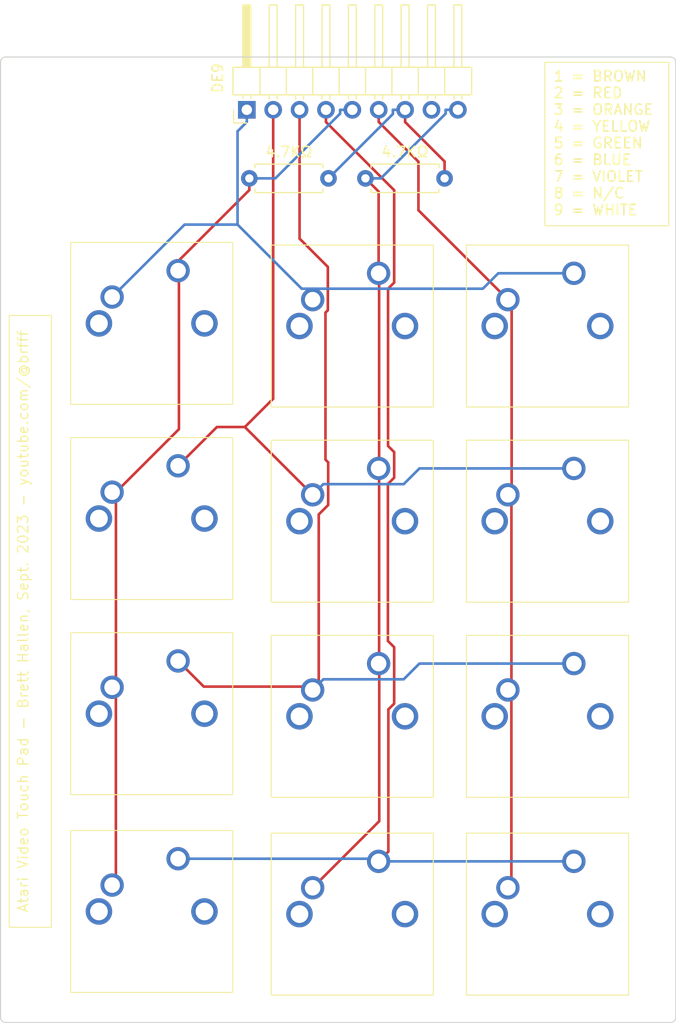
<source format=kicad_pcb>
(kicad_pcb (version 20221018) (generator pcbnew)
  (title_block (title "ATARI Video Touch Pad") (date "2023-09-12") (rev "INITIAL") (company "Brett Hallen") (comment 1 "youtube.com/@brfff"))
  (layers (0 "F.Cu" signal) (31 "B.Cu" signal) (34 "B.Paste" user) (35 "F.Paste" user) (36 "B.SilkS" user "B.Silkscreen") (37 "F.SilkS" user "F.Silkscreen") (38 "B.Mask" user) (39 "F.Mask" user) (44 "Edge.Cuts" user))
  (net 0 "")
  (net 1 "/BROWN")
  (net 2 "/RED")
  (net 3 "/ORANGE")
  (net 4 "/YELLOW")
  (net 5 "/GREEN")
  (net 6 "/BLUE")
  (net 7 "/VIOLET")
  (net 9 "/WHITE")
  (footprint "MX1A-11NW:MX1A11NW" (layer "F.Cu") (at 110.744 111.76)
    (fp_text reference "S10" (at 3.81 2.54) (layer "F.SilkS") (effects (font (size 1.27 1.27) (thickness 0.254))))
    (fp_text value "MX1A-11NW" hide)
    (fp_line (start -3.99 -5.26) (end 11.61 -5.26) (stroke (width 0.1)) (layer "F.SilkS"))
    (fp_line (start -3.99 10.34) (end -3.99 -5.26) (stroke (width 0.1)) (layer "F.SilkS"))
    (fp_line (start 11.61 -5.26) (end 11.61 10.34) (stroke (width 0.1)) (layer "F.SilkS"))
    (fp_line (start 11.61 10.34) (end -3.99 10.34) (stroke (width 0.1)) (layer "F.SilkS"))
    (pad "" np_thru_hole circle (at 3.81 2.54) (size 3.9878 3.9878) (drill 3.9878) (layers "*.Cu" "*.Mask"))
    (pad "1" thru_hole circle (at 0 0) (size 2.248 2.248) (drill 1.4986) (layers "*.Cu" "*.Mask") (net 5 "/GREEN"))
    (pad "2" thru_hole circle (at 6.35 -2.54) (size 2.248 2.248) (drill 1.4986) (layers "*.Cu" "*.Mask") (net 4 "/YELLOW"))
    (pad "MH1" thru_hole circle (at -1.27 2.54) (size 2.553 2.553) (drill 1.7018) (layers "*.Cu" "*.Mask"))
    (pad "MH2" thru_hole circle (at 8.89 2.54) (size 2.553 2.553) (drill 1.7018) (layers "*.Cu" "*.Mask"))
  )
  (footprint "MX1A-11NW:MX1A11NW" (layer "F.Cu") (at 130.048 92.964)
    (fp_text reference "S8" (at 3.81 2.54) (layer "F.SilkS") (effects (font (size 1.27 1.27) (thickness 0.254))))
    (fp_text value "MX1A-11NW" hide)
    (fp_line (start -3.99 -5.26) (end 11.61 -5.26) (stroke (width 0.1)) (layer "F.SilkS"))
    (fp_line (start -3.99 10.34) (end -3.99 -5.26) (stroke (width 0.1)) (layer "F.SilkS"))
    (fp_line (start 11.61 -5.26) (end 11.61 10.34) (stroke (width 0.1)) (layer "F.SilkS"))
    (fp_line (start 11.61 10.34) (end -3.99 10.34) (stroke (width 0.1)) (layer "F.SilkS"))
    (pad "" np_thru_hole circle (at 3.81 2.54) (size 3.9878 3.9878) (drill 3.9878) (layers "*.Cu" "*.Mask"))
    (pad "1" thru_hole circle (at 0 0) (size 2.248 2.248) (drill 1.4986) (layers "*.Cu" "*.Mask") (net 3 "/ORANGE"))
    (pad "2" thru_hole circle (at 6.35 -2.54) (size 2.248 2.248) (drill 1.4986) (layers "*.Cu" "*.Mask") (net 9 "/WHITE"))
    (pad "MH1" thru_hole circle (at -1.27 2.54) (size 2.553 2.553) (drill 1.7018) (layers "*.Cu" "*.Mask"))
    (pad "MH2" thru_hole circle (at 8.89 2.54) (size 2.553 2.553) (drill 1.7018) (layers "*.Cu" "*.Mask"))
  )
  (footprint "MX1A-11NW:MX1A11NW" (layer "F.Cu") (at 110.744 92.71)
    (fp_text reference "S7" (at 3.81 2.54) (layer "F.SilkS") (effects (font (size 1.27 1.27) (thickness 0.254))))
    (fp_text value "MX1A-11NW" hide)
    (fp_line (start -3.99 -5.26) (end 11.61 -5.26) (stroke (width 0.1)) (layer "F.SilkS"))
    (fp_line (start -3.99 10.34) (end -3.99 -5.26) (stroke (width 0.1)) (layer "F.SilkS"))
    (fp_line (start 11.61 -5.26) (end 11.61 10.34) (stroke (width 0.1)) (layer "F.SilkS"))
    (fp_line (start 11.61 10.34) (end -3.99 10.34) (stroke (width 0.1)) (layer "F.SilkS"))
    (pad "" np_thru_hole circle (at 3.81 2.54) (size 3.9878 3.9878) (drill 3.9878) (layers "*.Cu" "*.Mask"))
    (pad "1" thru_hole circle (at 0 0) (size 2.248 2.248) (drill 1.4986) (layers "*.Cu" "*.Mask") (net 5 "/GREEN"))
    (pad "2" thru_hole circle (at 6.35 -2.54) (size 2.248 2.248) (drill 1.4986) (layers "*.Cu" "*.Mask") (net 3 "/ORANGE"))
    (pad "MH1" thru_hole circle (at -1.27 2.54) (size 2.553 2.553) (drill 1.7018) (layers "*.Cu" "*.Mask"))
    (pad "MH2" thru_hole circle (at 8.89 2.54) (size 2.553 2.553) (drill 1.7018) (layers "*.Cu" "*.Mask"))
  )
  (footprint "MX1A-11NW:MX1A11NW" (layer "F.Cu") (at 130.048 55.372)
    (fp_text reference "S2" (at 3.81 2.54) (layer "F.SilkS") (effects (font (size 1.27 1.27) (thickness 0.254))))
    (fp_text value "MX1A-11NW" hide)
    (fp_line (start -3.99 -5.26) (end 11.61 -5.26) (stroke (width 0.1)) (layer "F.SilkS"))
    (fp_line (start -3.99 10.34) (end -3.99 -5.26) (stroke (width 0.1)) (layer "F.SilkS"))
    (fp_line (start 11.61 -5.26) (end 11.61 10.34) (stroke (width 0.1)) (layer "F.SilkS"))
    (fp_line (start 11.61 10.34) (end -3.99 10.34) (stroke (width 0.1)) (layer "F.SilkS"))
    (pad "" np_thru_hole circle (at 3.81 2.54) (size 3.9878 3.9878) (drill 3.9878) (layers "*.Cu" "*.Mask"))
    (pad "1" thru_hole circle (at 0 0) (size 2.248 2.248) (drill 1.4986) (layers "*.Cu" "*.Mask") (net 1 "/BROWN"))
    (pad "2" thru_hole circle (at 6.35 -2.54) (size 2.248 2.248) (drill 1.4986) (layers "*.Cu" "*.Mask") (net 9 "/WHITE"))
    (pad "MH1" thru_hole circle (at -1.27 2.54) (size 2.553 2.553) (drill 1.7018) (layers "*.Cu" "*.Mask"))
    (pad "MH2" thru_hole circle (at 8.89 2.54) (size 2.553 2.553) (drill 1.7018) (layers "*.Cu" "*.Mask"))
  )
  (footprint "MX1A-11NW:MX1A11NW" (layer "F.Cu") (at 130.048 112.014)
    (fp_text reference "S11" (at 3.81 2.54) (layer "F.SilkS") (effects (font (size 1.27 1.27) (thickness 0.254))))
    (fp_text value "MX1A-11NW" hide)
    (fp_line (start -3.99 -5.26) (end 11.61 -5.26) (stroke (width 0.1)) (layer "F.SilkS"))
    (fp_line (start -3.99 10.34) (end -3.99 -5.26) (stroke (width 0.1)) (layer "F.SilkS"))
    (fp_line (start 11.61 -5.26) (end 11.61 10.34) (stroke (width 0.1)) (layer "F.SilkS"))
    (fp_line (start 11.61 10.34) (end -3.99 10.34) (stroke (width 0.1)) (layer "F.SilkS"))
    (pad "" np_thru_hole circle (at 3.81 2.54) (size 3.9878 3.9878) (drill 3.9878) (layers "*.Cu" "*.Mask"))
    (pad "1" thru_hole circle (at 0 0) (size 2.248 2.248) (drill 1.4986) (layers "*.Cu" "*.Mask") (net 9 "/WHITE"))
    (pad "2" thru_hole circle (at 6.35 -2.54) (size 2.248 2.248) (drill 1.4986) (layers "*.Cu" "*.Mask") (net 4 "/YELLOW"))
    (pad "MH1" thru_hole circle (at -1.27 2.54) (size 2.553 2.553) (drill 1.7018) (layers "*.Cu" "*.Mask"))
    (pad "MH2" thru_hole circle (at 8.89 2.54) (size 2.553 2.553) (drill 1.7018) (layers "*.Cu" "*.Mask"))
  )
  (footprint "MX1A-11NW:MX1A11NW" (layer "F.Cu") (at 130.048 74.168)
    (fp_text reference "S5" (at 3.81 2.54) (layer "F.SilkS") (effects (font (size 1.27 1.27) (thickness 0.254))))
    (fp_text value "MX1A-11NW" hide)
    (fp_line (start -3.99 -5.26) (end 11.61 -5.26) (stroke (width 0.1)) (layer "F.SilkS"))
    (fp_line (start -3.99 10.34) (end -3.99 -5.26) (stroke (width 0.1)) (layer "F.SilkS"))
    (fp_line (start 11.61 -5.26) (end 11.61 10.34) (stroke (width 0.1)) (layer "F.SilkS"))
    (fp_line (start 11.61 10.34) (end -3.99 10.34) (stroke (width 0.1)) (layer "F.SilkS"))
    (pad "" np_thru_hole circle (at 3.81 2.54) (size 3.9878 3.9878) (drill 3.9878) (layers "*.Cu" "*.Mask"))
    (pad "1" thru_hole circle (at 0 0) (size 2.248 2.248) (drill 1.4986) (layers "*.Cu" "*.Mask") (net 2 "/RED"))
    (pad "2" thru_hole circle (at 6.35 -2.54) (size 2.248 2.248) (drill 1.4986) (layers "*.Cu" "*.Mask") (net 9 "/WHITE"))
    (pad "MH1" thru_hole circle (at -1.27 2.54) (size 2.553 2.553) (drill 1.7018) (layers "*.Cu" "*.Mask"))
    (pad "MH2" thru_hole circle (at 8.89 2.54) (size 2.553 2.553) (drill 1.7018) (layers "*.Cu" "*.Mask"))
  )
  (footprint "Connector_PinHeader_2.54mm:PinHeader_1x09_P2.54mm_Horizontal" (layer "F.Cu") (at 123.708 37.084 90)
    (fp_text reference "J1" hide)
    (fp_text value "DE9" (at 3.048 -2.804 90) (layer "F.SilkS"))
    (fp_line (start -1.27 -1.27) (end 0 -1.27) (stroke (width 0.12)) (layer "F.SilkS"))
    (fp_line (start -1.27 0) (end -1.27 -1.27) (stroke (width 0.12)) (layer "F.SilkS"))
    (fp_line (start 1.042929 2.16) (end 1.44 2.16) (stroke (width 0.12)) (layer "F.SilkS"))
    (fp_line (start 1.042929 2.92) (end 1.44 2.92) (stroke (width 0.12)) (layer "F.SilkS"))
    (fp_line (start 1.042929 4.7) (end 1.44 4.7) (stroke (width 0.12)) (layer "F.SilkS"))
    (fp_line (start 1.042929 5.46) (end 1.44 5.46) (stroke (width 0.12)) (layer "F.SilkS"))
    (fp_line (start 1.042929 7.24) (end 1.44 7.24) (stroke (width 0.12)) (layer "F.SilkS"))
    (fp_line (start 1.042929 8) (end 1.44 8) (stroke (width 0.12)) (layer "F.SilkS"))
    (fp_line (start 1.042929 9.78) (end 1.44 9.78) (stroke (width 0.12)) (layer "F.SilkS"))
    (fp_line (start 1.042929 10.54) (end 1.44 10.54) (stroke (width 0.12)) (layer "F.SilkS"))
    (fp_line (start 1.042929 12.32) (end 1.44 12.32) (stroke (width 0.12)) (layer "F.SilkS"))
    (fp_line (start 1.042929 13.08) (end 1.44 13.08) (stroke (width 0.12)) (layer "F.SilkS"))
    (fp_line (start 1.042929 14.86) (end 1.44 14.86) (stroke (width 0.12)) (layer "F.SilkS"))
    (fp_line (start 1.042929 15.62) (end 1.44 15.62) (stroke (width 0.12)) (layer "F.SilkS"))
    (fp_line (start 1.042929 17.4) (end 1.44 17.4) (stroke (width 0.12)) (layer "F.SilkS"))
    (fp_line (start 1.042929 18.16) (end 1.44 18.16) (stroke (width 0.12)) (layer "F.SilkS"))
    (fp_line (start 1.042929 19.94) (end 1.44 19.94) (stroke (width 0.12)) (layer "F.SilkS"))
    (fp_line (start 1.042929 20.7) (end 1.44 20.7) (stroke (width 0.12)) (layer "F.SilkS"))
    (fp_line (start 1.11 -0.38) (end 1.44 -0.38) (stroke (width 0.12)) (layer "F.SilkS"))
    (fp_line (start 1.11 0.38) (end 1.44 0.38) (stroke (width 0.12)) (layer "F.SilkS"))
    (fp_line (start 1.44 -1.33) (end 1.44 21.65) (stroke (width 0.12)) (layer "F.SilkS"))
    (fp_line (start 1.44 1.27) (end 4.1 1.27) (stroke (width 0.12)) (layer "F.SilkS"))
    (fp_line (start 1.44 3.81) (end 4.1 3.81) (stroke (width 0.12)) (layer "F.SilkS"))
    (fp_line (start 1.44 6.35) (end 4.1 6.35) (stroke (width 0.12)) (layer "F.SilkS"))
    (fp_line (start 1.44 8.89) (end 4.1 8.89) (stroke (width 0.12)) (layer "F.SilkS"))
    (fp_line (start 1.44 11.43) (end 4.1 11.43) (stroke (width 0.12)) (layer "F.SilkS"))
    (fp_line (start 1.44 13.97) (end 4.1 13.97) (stroke (width 0.12)) (layer "F.SilkS"))
    (fp_line (start 1.44 16.51) (end 4.1 16.51) (stroke (width 0.12)) (layer "F.SilkS"))
    (fp_line (start 1.44 19.05) (end 4.1 19.05) (stroke (width 0.12)) (layer "F.SilkS"))
    (fp_line (start 1.44 21.65) (end 4.1 21.65) (stroke (width 0.12)) (layer "F.SilkS"))
    (fp_line (start 4.1 -1.33) (end 1.44 -1.33) (stroke (width 0.12)) (layer "F.SilkS"))
    (fp_line (start 4.1 -0.38) (end 10.1 -0.38) (stroke (width 0.12)) (layer "F.SilkS"))
    (fp_line (start 4.1 -0.32) (end 10.1 -0.32) (stroke (width 0.12)) (layer "F.SilkS"))
    (fp_line (start 4.1 -0.2) (end 10.1 -0.2) (stroke (width 0.12)) (layer "F.SilkS"))
    (fp_line (start 4.1 -0.08) (end 10.1 -0.08) (stroke (width 0.12)) (layer "F.SilkS"))
    (fp_line (start 4.1 0.04) (end 10.1 0.04) (stroke (width 0.12)) (layer "F.SilkS"))
    (fp_line (start 4.1 0.16) (end 10.1 0.16) (stroke (width 0.12)) (layer "F.SilkS"))
    (fp_line (start 4.1 0.28) (end 10.1 0.28) (stroke (width 0.12)) (layer "F.SilkS"))
    (fp_line (start 4.1 2.16) (end 10.1 2.16) (stroke (width 0.12)) (layer "F.SilkS"))
    (fp_line (start 4.1 4.7) (end 10.1 4.7) (stroke (width 0.12)) (layer "F.SilkS"))
    (fp_line (start 4.1 7.24) (end 10.1 7.24) (stroke (width 0.12)) (layer "F.SilkS"))
    (fp_line (start 4.1 9.78) (end 10.1 9.78) (stroke (width 0.12)) (layer "F.SilkS"))
    (fp_line (start 4.1 12.32) (end 10.1 12.32) (stroke (width 0.12)) (layer "F.SilkS"))
    (fp_line (start 4.1 14.86) (end 10.1 14.86) (stroke (width 0.12)) (layer "F.SilkS"))
    (fp_line (start 4.1 17.4) (end 10.1 17.4) (stroke (width 0.12)) (layer "F.SilkS"))
    (fp_line (start 4.1 19.94) (end 10.1 19.94) (stroke (width 0.12)) (layer "F.SilkS"))
    (fp_line (start 4.1 21.65) (end 4.1 -1.33) (stroke (width 0.12)) (layer "F.SilkS"))
    (fp_line (start 10.1 -0.38) (end 10.1 0.38) (stroke (width 0.12)) (layer "F.SilkS"))
    (fp_line (start 10.1 0.38) (end 4.1 0.38) (stroke (width 0.12)) (layer "F.SilkS"))
    (fp_line (start 10.1 2.16) (end 10.1 2.92) (stroke (width 0.12)) (layer "F.SilkS"))
    (fp_line (start 10.1 2.92) (end 4.1 2.92) (stroke (width 0.12)) (layer "F.SilkS"))
    (fp_line (start 10.1 4.7) (end 10.1 5.46) (stroke (width 0.12)) (layer "F.SilkS"))
    (fp_line (start 10.1 5.46) (end 4.1 5.46) (stroke (width 0.12)) (layer "F.SilkS"))
    (fp_line (start 10.1 7.24) (end 10.1 8) (stroke (width 0.12)) (layer "F.SilkS"))
    (fp_line (start 10.1 8) (end 4.1 8) (stroke (width 0.12)) (layer "F.SilkS"))
    (fp_line (start 10.1 9.78) (end 10.1 10.54) (stroke (width 0.12)) (layer "F.SilkS"))
    (fp_line (start 10.1 10.54) (end 4.1 10.54) (stroke (width 0.12)) (layer "F.SilkS"))
    (fp_line (start 10.1 12.32) (end 10.1 13.08) (stroke (width 0.12)) (layer "F.SilkS"))
    (fp_line (start 10.1 13.08) (end 4.1 13.08) (stroke (width 0.12)) (layer "F.SilkS"))
    (fp_line (start 10.1 14.86) (end 10.1 15.62) (stroke (width 0.12)) (layer "F.SilkS"))
    (fp_line (start 10.1 15.62) (end 4.1 15.62) (stroke (width 0.12)) (layer "F.SilkS"))
    (fp_line (start 10.1 17.4) (end 10.1 18.16) (stroke (width 0.12)) (layer "F.SilkS"))
    (fp_line (start 10.1 18.16) (end 4.1 18.16) (stroke (width 0.12)) (layer "F.SilkS"))
    (fp_line (start 10.1 19.94) (end 10.1 20.7) (stroke (width 0.12)) (layer "F.SilkS"))
    (fp_line (start 10.1 20.7) (end 4.1 20.7) (stroke (width 0.12)) (layer "F.SilkS"))
    (pad "1" thru_hole rect (at 0 0 90) (size 1.7 1.7) (drill 1) (layers "*.Cu" "*.Mask") (net 1 "/BROWN"))
    (pad "2" thru_hole oval (at 0 2.54 90) (size 1.7 1.7) (drill 1) (layers "*.Cu" "*.Mask") (net 2 "/RED"))
    (pad "3" thru_hole oval (at 0 5.08 90) (size 1.7 1.7) (drill 1) (layers "*.Cu" "*.Mask") (net 3 "/ORANGE"))
    (pad "4" thru_hole oval (at 0 7.62 90) (size 1.7 1.7) (drill 1) (layers "*.Cu" "*.Mask") (net 4 "/YELLOW"))
    (pad "5" thru_hole oval (at 0 10.16 90) (size 1.7 1.7) (drill 1) (layers "*.Cu" "*.Mask") (net 5 "/GREEN"))
    (pad "6" thru_hole oval (at 0 12.7 90) (size 1.7 1.7) (drill 1) (layers "*.Cu" "*.Mask") (net 6 "/BLUE"))
    (pad "7" thru_hole oval (at 0 15.24 90) (size 1.7 1.7) (drill 1) (layers "*.Cu" "*.Mask") (net 7 "/VIOLET"))
    (pad "8" thru_hole oval (at 0 17.78 90) (size 1.7 1.7) (drill 1) (layers "*.Cu" "*.Mask"))
    (pad "9" thru_hole oval (at 0 20.32 90) (size 1.7 1.7) (drill 1) (layers "*.Cu" "*.Mask") (net 9 "/WHITE"))
  )
  (footprint "MX1A-11NW:MX1A11NW" (layer "F.Cu") (at 148.844 55.372)
    (fp_text reference "S3" (at 3.81 2.54) (layer "F.SilkS") (effects (font (size 1.27 1.27) (thickness 0.254))))
    (fp_text value "MX1A-11NW" hide)
    (fp_line (start -3.99 -5.26) (end 11.61 -5.26) (stroke (width 0.1)) (layer "F.SilkS"))
    (fp_line (start -3.99 10.34) (end -3.99 -5.26) (stroke (width 0.1)) (layer "F.SilkS"))
    (fp_line (start 11.61 -5.26) (end 11.61 10.34) (stroke (width 0.1)) (layer "F.SilkS"))
    (fp_line (start 11.61 10.34) (end -3.99 10.34) (stroke (width 0.1)) (layer "F.SilkS"))
    (pad "" np_thru_hole circle (at 3.81 2.54) (size 3.9878 3.9878) (drill 3.9878) (layers "*.Cu" "*.Mask"))
    (pad "1" thru_hole circle (at 0 0) (size 2.248 2.248) (drill 1.4986) (layers "*.Cu" "*.Mask") (net 6 "/BLUE"))
    (pad "2" thru_hole circle (at 6.35 -2.54) (size 2.248 2.248) (drill 1.4986) (layers "*.Cu" "*.Mask") (net 1 "/BROWN"))
    (pad "MH1" thru_hole circle (at -1.27 2.54) (size 2.553 2.553) (drill 1.7018) (layers "*.Cu" "*.Mask"))
    (pad "MH2" thru_hole circle (at 8.89 2.54) (size 2.553 2.553) (drill 1.7018) (layers "*.Cu" "*.Mask"))
  )
  (footprint "MX1A-11NW:MX1A11NW" (layer "F.Cu") (at 110.744 55.118)
    (fp_text reference "S1" (at 3.81 2.54) (layer "F.SilkS") (effects (font (size 1.27 1.27) (thickness 0.254))))
    (fp_text value "MX1A-11NW" hide)
    (fp_line (start -3.99 -5.26) (end 11.61 -5.26) (stroke (width 0.1)) (layer "F.SilkS"))
    (fp_line (start -3.99 10.34) (end -3.99 -5.26) (stroke (width 0.1)) (layer "F.SilkS"))
    (fp_line (start 11.61 -5.26) (end 11.61 10.34) (stroke (width 0.1)) (layer "F.SilkS"))
    (fp_line (start 11.61 10.34) (end -3.99 10.34) (stroke (width 0.1)) (layer "F.SilkS"))
    (pad "" np_thru_hole circle (at 3.81 2.54) (size 3.9878 3.9878) (drill 3.9878) (layers "*.Cu" "*.Mask"))
    (pad "1" thru_hole circle (at 0 0) (size 2.248 2.248) (drill 1.4986) (layers "*.Cu" "*.Mask") (net 1 "/BROWN"))
    (pad "2" thru_hole circle (at 6.35 -2.54) (size 2.248 2.248) (drill 1.4986) (layers "*.Cu" "*.Mask") (net 5 "/GREEN"))
    (pad "MH1" thru_hole circle (at -1.27 2.54) (size 2.553 2.553) (drill 1.7018) (layers "*.Cu" "*.Mask"))
    (pad "MH2" thru_hole circle (at 8.89 2.54) (size 2.553 2.553) (drill 1.7018) (layers "*.Cu" "*.Mask"))
  )
  (footprint "MX1A-11NW:MX1A11NW" (layer "F.Cu") (at 148.844 112.014)
    (fp_text reference "S12" (at 3.81 2.54) (layer "F.SilkS") (effects (font (size 1.27 1.27) (thickness 0.254))))
    (fp_text value "MX1A-11NW" hide)
    (fp_line (start -3.99 -5.26) (end 11.61 -5.26) (stroke (width 0.1)) (layer "F.SilkS"))
    (fp_line (start -3.99 10.34) (end -3.99 -5.26) (stroke (width 0.1)) (layer "F.SilkS"))
    (fp_line (start 11.61 -5.26) (end 11.61 10.34) (stroke (width 0.1)) (layer "F.SilkS"))
    (fp_line (start 11.61 10.34) (end -3.99 10.34) (stroke (width 0.1)) (layer "F.SilkS"))
    (pad "" np_thru_hole circle (at 3.81 2.54) (size 3.9878 3.9878) (drill 3.9878) (layers "*.Cu" "*.Mask"))
    (pad "1" thru_hole circle (at 0 0) (size 2.248 2.248) (drill 1.4986) (layers "*.Cu" "*.Mask") (net 6 "/BLUE"))
    (pad "2" thru_hole circle (at 6.35 -2.54) (size 2.248 2.248) (drill 1.4986) (layers "*.Cu" "*.Mask") (net 4 "/YELLOW"))
    (pad "MH1" thru_hole circle (at -1.27 2.54) (size 2.553 2.553) (drill 1.7018) (layers "*.Cu" "*.Mask"))
    (pad "MH2" thru_hole circle (at 8.89 2.54) (size 2.553 2.553) (drill 1.7018) (layers "*.Cu" "*.Mask"))
  )
  (footprint "MX1A-11NW:MX1A11NW" (layer "F.Cu") (at 148.844 74.168)
    (fp_text reference "S6" (at 3.81 2.54) (layer "F.SilkS") (effects (font (size 1.27 1.27) (thickness 0.254))))
    (fp_text value "MX1A-11NW" hide)
    (fp_line (start -3.99 -5.26) (end 11.61 -5.26) (stroke (width 0.1)) (layer "F.SilkS"))
    (fp_line (start -3.99 10.34) (end -3.99 -5.26) (stroke (width 0.1)) (layer "F.SilkS"))
    (fp_line (start 11.61 -5.26) (end 11.61 10.34) (stroke (width 0.1)) (layer "F.SilkS"))
    (fp_line (start 11.61 10.34) (end -3.99 10.34) (stroke (width 0.1)) (layer "F.SilkS"))
    (pad "" np_thru_hole circle (at 3.81 2.54) (size 3.9878 3.9878) (drill 3.9878) (layers "*.Cu" "*.Mask"))
    (pad "1" thru_hole circle (at 0 0) (size 2.248 2.248) (drill 1.4986) (layers "*.Cu" "*.Mask") (net 6 "/BLUE"))
    (pad "2" thru_hole circle (at 6.35 -2.54) (size 2.248 2.248) (drill 1.4986) (layers "*.Cu" "*.Mask") (net 2 "/RED"))
    (pad "MH1" thru_hole circle (at -1.27 2.54) (size 2.553 2.553) (drill 1.7018) (layers "*.Cu" "*.Mask"))
    (pad "MH2" thru_hole circle (at 8.89 2.54) (size 2.553 2.553) (drill 1.7018) (layers "*.Cu" "*.Mask"))
  )
  (footprint "Resistor_THT:R_Axial_DIN0207_L6.3mm_D2.5mm_P7.62mm_Horizontal" (layer "F.Cu") (at 135.128 43.688)
    (fp_text reference "R1" hide)
    (fp_text value "4.7KΩ" (at 3.81 -2.54) (layer "F.SilkS"))
    (fp_line (start 0.54 -1.37) (end 7.08 -1.37) (stroke (width 0.12)) (layer "F.SilkS"))
    (fp_line (start 0.54 -1.04) (end 0.54 -1.37) (stroke (width 0.12)) (layer "F.SilkS"))
    (fp_line (start 0.54 1.04) (end 0.54 1.37) (stroke (width 0.12)) (layer "F.SilkS"))
    (fp_line (start 0.54 1.37) (end 7.08 1.37) (stroke (width 0.12)) (layer "F.SilkS"))
    (fp_line (start 7.08 -1.37) (end 7.08 -1.04) (stroke (width 0.12)) (layer "F.SilkS"))
    (fp_line (start 7.08 1.37) (end 7.08 1.04) (stroke (width 0.12)) (layer "F.SilkS"))
    (pad "1" thru_hole circle (at 0 0) (size 1.6 1.6) (drill 0.8) (layers "*.Cu" "*.Mask") (net 9 "/WHITE"))
    (pad "2" thru_hole oval (at 7.62 0) (size 1.6 1.6) (drill 0.8) (layers "*.Cu" "*.Mask") (net 7 "/VIOLET"))
  )
  (footprint "MX1A-11NW:MX1A11NW" (layer "F.Cu") (at 110.744 73.914)
    (fp_text reference "S4" (at 3.81 2.54) (layer "F.SilkS") (effects (font (size 1.27 1.27) (thickness 0.254))))
    (fp_text value "MX1A-11NW" hide)
    (fp_line (start -3.99 -5.26) (end 11.61 -5.26) (stroke (width 0.1)) (layer "F.SilkS"))
    (fp_line (start -3.99 10.34) (end -3.99 -5.26) (stroke (width 0.1)) (layer "F.SilkS"))
    (fp_line (start 11.61 -5.26) (end 11.61 10.34) (stroke (width 0.1)) (layer "F.SilkS"))
    (fp_line (start 11.61 10.34) (end -3.99 10.34) (stroke (width 0.1)) (layer "F.SilkS"))
    (pad "" np_thru_hole circle (at 3.81 2.54) (size 3.9878 3.9878) (drill 3.9878) (layers "*.Cu" "*.Mask"))
    (pad "1" thru_hole circle (at 0 0) (size 2.248 2.248) (drill 1.4986) (layers "*.Cu" "*.Mask") (net 5 "/GREEN"))
    (pad "2" thru_hole circle (at 6.35 -2.54) (size 2.248 2.248) (drill 1.4986) (layers "*.Cu" "*.Mask") (net 2 "/RED"))
    (pad "MH1" thru_hole circle (at -1.27 2.54) (size 2.553 2.553) (drill 1.7018) (layers "*.Cu" "*.Mask"))
    (pad "MH2" thru_hole circle (at 8.89 2.54) (size 2.553 2.553) (drill 1.7018) (layers "*.Cu" "*.Mask"))
  )
  (footprint "Resistor_THT:R_Axial_DIN0207_L6.3mm_D2.5mm_P7.62mm_Horizontal" (layer "F.Cu") (at 131.572 43.688 180)
    (fp_text reference "R2" hide)
    (fp_text value "4.7KΩ" (at 3.81 2.54) (layer "F.SilkS"))
    (fp_line (start 0.54 -1.37) (end 7.08 -1.37) (stroke (width 0.12)) (layer "F.SilkS"))
    (fp_line (start 0.54 -1.04) (end 0.54 -1.37) (stroke (width 0.12)) (layer "F.SilkS"))
    (fp_line (start 0.54 1.04) (end 0.54 1.37) (stroke (width 0.12)) (layer "F.SilkS"))
    (fp_line (start 0.54 1.37) (end 7.08 1.37) (stroke (width 0.12)) (layer "F.SilkS"))
    (fp_line (start 7.08 -1.37) (end 7.08 -1.04) (stroke (width 0.12)) (layer "F.SilkS"))
    (fp_line (start 7.08 1.37) (end 7.08 1.04) (stroke (width 0.12)) (layer "F.SilkS"))
    (pad "1" thru_hole circle (at 0 0 180) (size 1.6 1.6) (drill 0.8) (layers "*.Cu" "*.Mask") (net 7 "/VIOLET"))
    (pad "2" thru_hole oval (at 7.62 0 180) (size 1.6 1.6) (drill 0.8) (layers "*.Cu" "*.Mask") (net 5 "/GREEN"))
  )
  (footprint "MX1A-11NW:MX1A11NW" (layer "F.Cu") (at 148.844 92.964)
    (fp_text reference "S9" (at 3.81 2.54) (layer "F.SilkS") (effects (font (size 1.27 1.27) (thickness 0.254))))
    (fp_text value "MX1A-11NW" hide)
    (fp_line (start -3.99 -5.26) (end 11.61 -5.26) (stroke (width 0.1)) (layer "F.SilkS"))
    (fp_line (start -3.99 10.34) (end -3.99 -5.26) (stroke (width 0.1)) (layer "F.SilkS"))
    (fp_line (start 11.61 -5.26) (end 11.61 10.34) (stroke (width 0.1)) (layer "F.SilkS"))
    (fp_line (start 11.61 10.34) (end -3.99 10.34) (stroke (width 0.1)) (layer "F.SilkS"))
    (pad "" np_thru_hole circle (at 3.81 2.54) (size 3.9878 3.9878) (drill 3.9878) (layers "*.Cu" "*.Mask"))
    (pad "1" thru_hole circle (at 0 0) (size 2.248 2.248) (drill 1.4986) (layers "*.Cu" "*.Mask") (net 6 "/BLUE"))
    (pad "2" thru_hole circle (at 6.35 -2.54) (size 2.248 2.248) (drill 1.4986) (layers "*.Cu" "*.Mask") (net 3 "/ORANGE"))
    (pad "MH1" thru_hole circle (at -1.27 2.54) (size 2.553 2.553) (drill 1.7018) (layers "*.Cu" "*.Mask"))
    (pad "MH2" thru_hole circle (at 8.89 2.54) (size 2.553 2.553) (drill 1.7018) (layers "*.Cu" "*.Mask"))
  )
  (gr_line (start 165 32.5) (end 165 124.5) (stroke (width 0.1)) (layer "Edge.Cuts"))
  (gr_line (start 100 124.5) (end 100 32.5) (stroke (width 0.1)) (layer "Edge.Cuts"))
  (gr_arc (start 164.5 32) (mid 164.853553 32.146447) (end 165 32.5) (stroke (width 0.1)) (layer "Edge.Cuts"))
  (gr_arc (start 165 124.5) (mid 164.853553 124.853553) (end 164.5 125) (stroke (width 0.1)) (layer "Edge.Cuts"))
  (gr_line (start 164.5 125) (end 100.5 125) (stroke (width 0.1)) (layer "Edge.Cuts"))
  (gr_arc (start 100 32.5) (mid 100.146447 32.146447) (end 100.5 32) (stroke (width 0.1)) (layer "Edge.Cuts"))
  (gr_line (start 100.5 32) (end 164.5 32) (stroke (width 0.1)) (layer "Edge.Cuts"))
  (gr_arc (start 100.5 125) (mid 100.146447 124.853553) (end 100 124.5) (stroke (width 0.1)) (layer "Edge.Cuts"))
  (gr_text_box "1 = BROWN\n2 = RED\n3 = ORANGE\n4 = YELLOW\n5 = GREEN\n6 = BLUE\n7 = VIOLET\n8 = N/C\n9 = WHITE" (start 152.4 32.512) (end 164.338 48.26) (layer "F.SilkS") (effects (font (size 1 1)) (justify left top)) (stroke (width 0.1)))
  (gr_text_box "Atari Video Touch Pad - Brett Hallen, Sept. 2023 - youtube.com/@brfff" (start 100.838 115.824) (end 104.902 56.896) (angle 90) (layer "F.SilkS") (effects (font (size 1 1) (thickness 0.125)) (justify top)) (stroke (width 0.1)))
  (segment (start 130.048 54.3184) (end 130.048 55.372) (width 0.25) (layer "B.Cu") (net 1))
  (segment (start 123.708 38.2609) (end 122.8184 39.1505) (width 0.25) (layer "B.Cu") (net 1))
  (segment (start 147.9136 52.832) (end 155.194 52.832) (width 0.25) (layer "B.Cu") (net 1))
  (segment (start 128.9944 54.3184) (end 130.048 54.3184) (width 0.25) (layer "B.Cu") (net 1))
  (segment (start 123.708 37.084) (end 123.708 38.2609) (width 0.25) (layer "B.Cu") (net 1))
  (segment (start 117.7196 48.1424) (end 122.8184 48.1424) (width 0.25) (layer "B.Cu") (net 1))
  (segment (start 110.744 55.118) (end 117.7196 48.1424) (width 0.25) (layer "B.Cu") (net 1))
  (segment (start 130.048 54.3184) (end 146.4272 54.3184) (width 0.25) (layer "B.Cu") (net 1))
  (segment (start 122.8184 39.1505) (end 122.8184 48.1424) (width 0.25) (layer "B.Cu") (net 1))
  (segment (start 146.4272 54.3184) (end 147.9136 52.832) (width 0.25) (layer "B.Cu") (net 1))
  (segment (start 122.8184 48.1424) (end 128.9944 54.3184) (width 0.25) (layer "B.Cu") (net 1))
  (segment (start 123.5191 67.6391) (end 130.048 74.168) (width 0.25) (layer "F.Cu") (net 2))
  (segment (start 126.248 64.9102) (end 123.5191 67.6391) (width 0.25) (layer "F.Cu") (net 2))
  (segment (start 126.248 37.084) (end 126.248 64.9102) (width 0.25) (layer "F.Cu") (net 2))
  (segment (start 117.094 71.374) (end 120.8289 67.6391) (width 0.25) (layer "F.Cu") (net 2))
  (segment (start 120.8289 67.6391) (end 123.5191 67.6391) (width 0.25) (layer "F.Cu") (net 2))
  (segment (start 131.0752 73.1408) (end 130.048 74.168) (width 0.25) (layer "B.Cu") (net 2))
  (segment (start 155.194 71.628) (end 140.3239 71.628) (width 0.25) (layer "B.Cu") (net 2))
  (segment (start 140.3239 71.628) (end 138.8111 73.1408) (width 0.25) (layer "B.Cu") (net 2))
  (segment (start 138.8111 73.1408) (end 131.0752 73.1408) (width 0.25) (layer "B.Cu") (net 2))
  (segment (start 128.788 37.084) (end 128.788 49.4932) (width 0.25) (layer "F.Cu") (net 3))
  (segment (start 131.5098 52.215) (end 131.5098 56.3893) (width 0.25) (layer "F.Cu") (net 3))
  (segment (start 131.2815 56.6176) (end 131.2815 70.7827) (width 0.25) (layer "F.Cu") (net 3))
  (segment (start 130.048 92.642) (end 119.566 92.642) (width 0.25) (layer "F.Cu") (net 3))
  (segment (start 131.5441 71.0453) (end 131.5441 75.151) (width 0.25) (layer "F.Cu") (net 3))
  (segment (start 130.634 76.0611) (end 130.634 92.056) (width 0.25) (layer "F.Cu") (net 3))
  (segment (start 131.5098 56.3893) (end 131.2815 56.6176) (width 0.25) (layer "F.Cu") (net 3))
  (segment (start 131.5441 75.151) (end 130.634 76.0611) (width 0.25) (layer "F.Cu") (net 3))
  (segment (start 119.566 92.642) (end 117.094 90.17) (width 0.25) (layer "F.Cu") (net 3))
  (segment (start 128.788 49.4932) (end 131.5098 52.215) (width 0.25) (layer "F.Cu") (net 3))
  (segment (start 130.048 92.642) (end 130.048 92.964) (width 0.25) (layer "F.Cu") (net 3))
  (segment (start 130.634 92.056) (end 130.048 92.642) (width 0.25) (layer "F.Cu") (net 3))
  (segment (start 131.2815 70.7827) (end 131.5441 71.0453) (width 0.25) (layer "F.Cu") (net 3))
  (segment (start 140.3239 90.424) (end 138.8111 91.9368) (width 0.25) (layer "B.Cu") (net 3))
  (segment (start 131.0752 91.9368) (end 130.048 92.964) (width 0.25) (layer "B.Cu") (net 3))
  (segment (start 155.194 90.424) (end 140.3239 90.424) (width 0.25) (layer "B.Cu") (net 3))
  (segment (start 138.8111 91.9368) (end 131.0752 91.9368) (width 0.25) (layer "B.Cu") (net 3))
  (segment (start 137.896 94.2785) (end 137.3346 94.8399) (width 0.25) (layer "F.Cu") (net 4))
  (segment (start 137.2913 88.2454) (end 137.896 88.8501) (width 0.25) (layer "F.Cu") (net 4))
  (segment (start 131.328 37.084) (end 131.328 38.2609) (width 0.25) (layer "F.Cu") (net 4))
  (segment (start 137.3346 94.8399) (end 137.3346 108.5374) (width 0.25) (layer "F.Cu") (net 4))
  (segment (start 137.3056 69.4637) (end 137.896 70.0541) (width 0.25) (layer "F.Cu") (net 4))
  (segment (start 137.896 88.8501) (end 137.896 94.2785) (width 0.25) (layer "F.Cu") (net 4))
  (segment (start 137.896 72.5175) (end 137.2913 73.1222) (width 0.25) (layer "F.Cu") (net 4))
  (segment (start 137.896 53.7215) (end 137.3056 54.3119) (width 0.25) (layer "F.Cu") (net 4))
  (segment (start 137.896 70.0541) (end 137.896 72.5175) (width 0.25) (layer "F.Cu") (net 4))
  (segment (start 137.2913 73.1222) (end 137.2913 88.2454) (width 0.25) (layer "F.Cu") (net 4))
  (segment (start 131.328 38.2609) (end 137.896 44.8289) (width 0.25) (layer "F.Cu") (net 4))
  (segment (start 137.3346 108.5374) (end 136.398 109.474) (width 0.25) (layer "F.Cu") (net 4))
  (segment (start 137.896 44.8289) (end 137.896 53.7215) (width 0.25) (layer "F.Cu") (net 4))
  (segment (start 137.3056 54.3119) (end 137.3056 69.4637) (width 0.25) (layer "F.Cu") (net 4))
  (segment (start 136.144 109.22) (end 117.094 109.22) (width 0.25) (layer "B.Cu") (net 4))
  (segment (start 136.398 109.474) (end 155.194 109.474) (width 0.25) (layer "B.Cu") (net 4))
  (segment (start 136.398 109.474) (end 136.144 109.22) (width 0.25) (layer "B.Cu") (net 4))
  (segment (start 117.094 51.6729) (end 117.094 52.578) (width 0.25) (layer "F.Cu") (net 5))
  (segment (start 111.1038 111.4002) (end 110.744 111.76) (width 0.25) (layer "F.Cu") (net 5))
  (segment (start 123.952 44.8149) (end 117.094 51.6729) (width 0.25) (layer "F.Cu") (net 5))
  (segment (start 111.1102 73.914) (end 110.744 73.914) (width 0.25) (layer "F.Cu") (net 5))
  (segment (start 111.1102 92.3438) (end 110.744 92.71) (width 0.25) (layer "F.Cu") (net 5))
  (segment (start 111.1102 73.914) (end 111.1102 92.3438) (width 0.25) (layer "F.Cu") (net 5))
  (segment (start 111.1038 93.0698) (end 111.1038 111.4002) (width 0.25) (layer "F.Cu") (net 5))
  (segment (start 123.952 43.688) (end 123.952 44.8149) (width 0.25) (layer "F.Cu") (net 5))
  (segment (start 117.094 52.578) (end 117.1744 52.6584) (width 0.25) (layer "F.Cu") (net 5))
  (segment (start 110.744 92.71) (end 111.1038 93.0698) (width 0.25) (layer "F.Cu") (net 5))
  (segment (start 117.1744 52.6584) (end 117.1744 67.8498) (width 0.25) (layer "F.Cu") (net 5))
  (segment (start 117.1744 67.8498) (end 111.1102 73.914) (width 0.25) (layer "F.Cu") (net 5))
  (segment (start 126.4549 43.688) (end 123.952 43.688) (width 0.25) (layer "B.Cu") (net 5))
  (segment (start 132.6911 37.084) (end 132.6911 37.4518) (width 0.25) (layer "B.Cu") (net 5))
  (segment (start 132.6911 37.4518) (end 126.4549 43.688) (width 0.25) (layer "B.Cu") (net 5))
  (segment (start 133.868 37.084) (end 132.6911 37.084) (width 0.25) (layer "B.Cu") (net 5))
  (segment (start 140.2296 42.0825) (end 140.2296 46.7576) (width 0.25) (layer "F.Cu") (net 6))
  (segment (start 149.1774 111.6806) (end 148.844 112.014) (width 0.25) (layer "F.Cu") (net 6))
  (segment (start 136.408 37.084) (end 136.408 38.2609) (width 0.25) (layer "F.Cu") (net 6))
  (segment (start 149.1825 92.6255) (end 148.844 92.964) (width 0.25) (layer "F.Cu") (net 6))
  (segment (start 140.2296 46.7576) (end 148.844 55.372) (width 0.25) (layer "F.Cu") (net 6))
  (segment (start 149.1825 74.5065) (end 149.1825 92.6255) (width 0.25) (layer "F.Cu") (net 6))
  (segment (start 136.408 38.2609) (end 140.2296 42.0825) (width 0.25) (layer "F.Cu") (net 6))
  (segment (start 148.844 74.168) (end 149.2038 73.8082) (width 0.25) (layer "F.Cu") (net 6))
  (segment (start 149.2038 73.8082) (end 149.2038 55.7318) (width 0.25) (layer "F.Cu") (net 6))
  (segment (start 149.1774 93.2974) (end 149.1774 111.6806) (width 0.25) (layer "F.Cu") (net 6))
  (segment (start 149.2038 55.7318) (end 148.844 55.372) (width 0.25) (layer "F.Cu") (net 6))
  (segment (start 148.844 92.964) (end 149.1774 93.2974) (width 0.25) (layer "F.Cu") (net 6))
  (segment (start 148.844 74.168) (end 149.1825 74.5065) (width 0.25) (layer "F.Cu") (net 6))
  (segment (start 138.948 38.2609) (end 142.748 42.0609) (width 0.25) (layer "F.Cu") (net 7))
  (segment (start 138.948 37.084) (end 138.948 38.2609) (width 0.25) (layer "F.Cu") (net 7))
  (segment (start 142.748 42.0609) (end 142.748 43.688) (width 0.25) (layer "F.Cu") (net 7))
  (segment (start 137.7711 37.4889) (end 131.572 43.688) (width 0.25) (layer "B.Cu") (net 7))
  (segment (start 138.948 37.084) (end 137.7711 37.084) (width 0.25) (layer "B.Cu") (net 7))
  (segment (start 137.7711 37.084) (end 137.7711 37.4889) (width 0.25) (layer "B.Cu") (net 7))
  (segment (start 136.459 90.485) (end 136.459 105.603) (width 0.25) (layer "F.Cu") (net 9))
  (segment (start 136.398 44.958) (end 136.398 52.832) (width 0.25) (layer "F.Cu") (net 9))
  (segment (start 136.4455 52.8795) (end 136.4455 71.628) (width 0.25) (layer "F.Cu") (net 9))
  (segment (start 136.4455 90.3765) (end 136.398 90.424) (width 0.25) (layer "F.Cu") (net 9))
  (segment (start 136.398 52.832) (end 136.4455 52.8795) (width 0.25) (layer "F.Cu") (net 9))
  (segment (start 136.459 105.603) (end 130.048 112.014) (width 0.25) (layer "F.Cu") (net 9))
  (segment (start 136.4455 71.628) (end 136.398 71.628) (width 0.25) (layer "F.Cu") (net 9))
  (segment (start 136.398 90.424) (end 136.459 90.485) (width 0.25) (layer "F.Cu") (net 9))
  (segment (start 135.128 43.688) (end 136.398 44.958) (width 0.25) (layer "F.Cu") (net 9))
  (segment (start 136.4455 71.628) (end 136.4455 90.3765) (width 0.25) (layer "F.Cu") (net 9))
  (segment (start 136.6149 43.688) (end 135.128 43.688) (width 0.25) (layer "B.Cu") (net 9))
  (segment (start 142.8511 37.4518) (end 136.6149 43.688) (width 0.25) (layer "B.Cu") (net 9))
  (segment (start 144.028 37.084) (end 142.8511 37.084) (width 0.25) (layer "B.Cu") (net 9))
  (segment (start 142.8511 37.084) (end 142.8511 37.4518) (width 0.25) (layer "B.Cu") (net 9))
)
</source>
